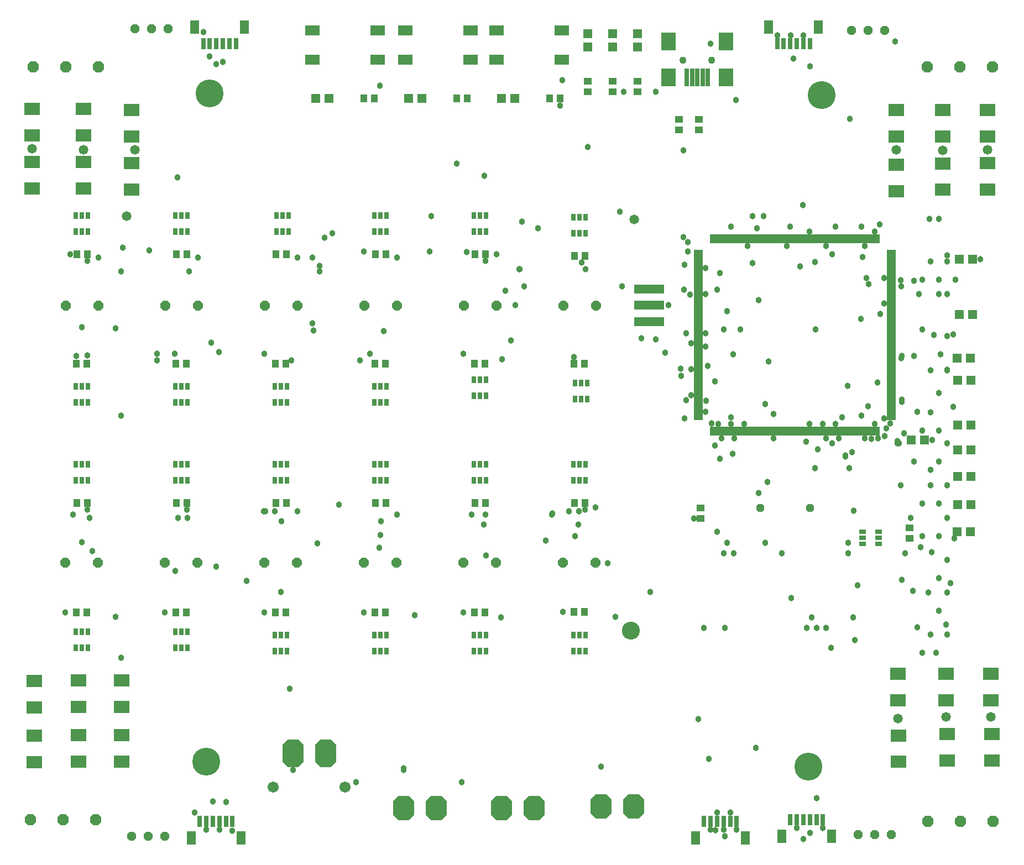
<source format=gts>
G04 Layer_Color=8388736*
%FSAX25Y25*%
%MOIN*%
G70*
G01*
G75*
%ADD51R,0.09304X0.07808*%
%ADD52R,0.09068X0.06312*%
%ADD53R,0.04600X0.03900*%
%ADD54R,0.05800X0.05300*%
%ADD55R,0.18123X0.05524*%
%ADD56R,0.03900X0.04600*%
%ADD57R,0.05300X0.05800*%
%ADD58R,0.08674X0.10642*%
%ADD59R,0.02769X0.10642*%
%ADD60R,0.02965X0.03950*%
%ADD61R,0.01981X0.05524*%
%ADD62R,0.05524X0.01981*%
%ADD63R,0.03950X0.02965*%
%ADD64R,0.05524X0.07887*%
%ADD65R,0.03162X0.07099*%
%ADD66P,0.05127X8X202.5*%
%ADD67C,0.04343*%
%ADD68P,0.06278X8X22.5*%
%ADD69P,0.07258X8X22.5*%
%ADD70P,0.06065X8X22.5*%
G04:AMPARAMS|DCode=71|XSize=126.11mil|YSize=145.79mil|CornerRadius=0mil|HoleSize=0mil|Usage=FLASHONLY|Rotation=0.000|XOffset=0mil|YOffset=0mil|HoleType=Round|Shape=Octagon|*
%AMOCTAGOND71*
4,1,8,-0.03153,0.07290,0.03153,0.07290,0.06306,0.04137,0.06306,-0.04137,0.03153,-0.07290,-0.03153,-0.07290,-0.06306,-0.04137,-0.06306,0.04137,-0.03153,0.07290,0.0*
%
%ADD71OCTAGOND71*%

G04:AMPARAMS|DCode=72|XSize=126.11mil|YSize=165.48mil|CornerRadius=0mil|HoleSize=0mil|Usage=FLASHONLY|Rotation=180.000|XOffset=0mil|YOffset=0mil|HoleType=Round|Shape=Octagon|*
%AMOCTAGOND72*
4,1,8,0.03153,-0.08274,-0.03153,-0.08274,-0.06306,-0.05121,-0.06306,0.05121,-0.03153,0.08274,0.03153,0.08274,0.06306,0.05121,0.06306,-0.05121,0.03153,-0.08274,0.0*
%
%ADD72OCTAGOND72*%

%ADD73C,0.05800*%
%ADD74C,0.10800*%
%ADD75C,0.16800*%
%ADD76C,0.03800*%
%ADD77C,0.06706*%
D51*
X0112213Y0166602D02*
D03*
Y0150657D02*
D03*
Y0199602D02*
D03*
Y0183657D02*
D03*
X0142000Y0544500D02*
D03*
Y0528555D02*
D03*
X0111000Y0544500D02*
D03*
Y0528555D02*
D03*
Y0512500D02*
D03*
Y0496555D02*
D03*
X0142000Y0512500D02*
D03*
Y0496555D02*
D03*
X0171000Y0511945D02*
D03*
Y0496000D02*
D03*
Y0543945D02*
D03*
Y0528000D02*
D03*
X0659819Y0543949D02*
D03*
Y0528004D02*
D03*
X0632000Y0544000D02*
D03*
Y0528055D02*
D03*
Y0511000D02*
D03*
Y0495055D02*
D03*
X0660000Y0511768D02*
D03*
Y0495823D02*
D03*
X0687000Y0512000D02*
D03*
Y0496055D02*
D03*
Y0544000D02*
D03*
Y0528055D02*
D03*
X0688981Y0187886D02*
D03*
Y0203831D02*
D03*
X0661981Y0187886D02*
D03*
Y0203831D02*
D03*
X0633000Y0188000D02*
D03*
Y0203945D02*
D03*
X0689611Y0151615D02*
D03*
Y0167559D02*
D03*
X0662709Y0151536D02*
D03*
Y0167481D02*
D03*
X0633362Y0150807D02*
D03*
Y0166752D02*
D03*
X0139000Y0166945D02*
D03*
Y0151000D02*
D03*
Y0199945D02*
D03*
Y0184000D02*
D03*
X0165000Y0199945D02*
D03*
Y0184000D02*
D03*
Y0166945D02*
D03*
Y0151000D02*
D03*
D52*
X0430370Y0574283D02*
D03*
X0391000D02*
D03*
X0430370Y0592000D02*
D03*
X0391000D02*
D03*
X0336000D02*
D03*
X0375370D02*
D03*
X0336000Y0574283D02*
D03*
X0375370D02*
D03*
X0319370D02*
D03*
X0280000D02*
D03*
X0319370Y0592000D02*
D03*
X0280000D02*
D03*
D53*
X0640000Y0292000D02*
D03*
Y0285700D02*
D03*
X0476000Y0555000D02*
D03*
Y0561300D02*
D03*
X0461000Y0555000D02*
D03*
Y0561300D02*
D03*
X0446000Y0555000D02*
D03*
Y0561300D02*
D03*
X0501000Y0532000D02*
D03*
Y0538300D02*
D03*
X0513000Y0532000D02*
D03*
Y0538300D02*
D03*
X0514000Y0304000D02*
D03*
Y0297700D02*
D03*
D54*
X0669858Y0420722D02*
D03*
X0677858D02*
D03*
X0394000Y0551000D02*
D03*
X0402000D02*
D03*
X0338000D02*
D03*
X0346000D02*
D03*
X0641000Y0345000D02*
D03*
X0649000D02*
D03*
X0282000Y0551000D02*
D03*
X0290000D02*
D03*
X0668795Y0289635D02*
D03*
X0676795D02*
D03*
X0669000Y0306000D02*
D03*
X0677000D02*
D03*
X0669000Y0323000D02*
D03*
X0677000D02*
D03*
X0669000Y0339000D02*
D03*
X0677000D02*
D03*
X0669000Y0354000D02*
D03*
X0677000D02*
D03*
X0669000Y0381000D02*
D03*
X0677000D02*
D03*
X0668795Y0394351D02*
D03*
X0676795D02*
D03*
X0670000Y0454000D02*
D03*
X0678000D02*
D03*
D55*
X0483000Y0436000D02*
D03*
Y0426157D02*
D03*
Y0416315D02*
D03*
D56*
X0258000Y0307000D02*
D03*
X0264300D02*
D03*
X0324000Y0391000D02*
D03*
X0317700D02*
D03*
X0384000D02*
D03*
X0377700D02*
D03*
X0444000D02*
D03*
X0437700D02*
D03*
X0318000Y0457000D02*
D03*
X0324300D02*
D03*
X0378000D02*
D03*
X0384300D02*
D03*
X0438000Y0456000D02*
D03*
X0444300D02*
D03*
X0138000Y0457000D02*
D03*
X0144300D02*
D03*
X0204000Y0391000D02*
D03*
X0197700D02*
D03*
X0264000D02*
D03*
X0257700D02*
D03*
X0144000D02*
D03*
X0137700D02*
D03*
X0198000Y0457000D02*
D03*
X0204300D02*
D03*
X0258000D02*
D03*
X0264300D02*
D03*
X0423000Y0551000D02*
D03*
X0429300D02*
D03*
X0367000D02*
D03*
X0373300D02*
D03*
X0324000Y0241000D02*
D03*
X0317700D02*
D03*
X0384000D02*
D03*
X0377700D02*
D03*
X0444000Y0241228D02*
D03*
X0437700D02*
D03*
X0311000Y0551000D02*
D03*
X0317300D02*
D03*
X0318000Y0307000D02*
D03*
X0324300D02*
D03*
X0378000D02*
D03*
X0384300D02*
D03*
X0438000D02*
D03*
X0444300D02*
D03*
X0144000Y0241000D02*
D03*
X0137700D02*
D03*
X0204000D02*
D03*
X0197700D02*
D03*
X0264000D02*
D03*
X0257700D02*
D03*
X0138000Y0307000D02*
D03*
X0144300D02*
D03*
X0198000D02*
D03*
X0204300D02*
D03*
D57*
X0476000Y0590000D02*
D03*
Y0582000D02*
D03*
X0461000Y0590000D02*
D03*
Y0582000D02*
D03*
X0446000Y0590000D02*
D03*
Y0582000D02*
D03*
D58*
X0529323Y0585398D02*
D03*
X0494677D02*
D03*
X0529323Y0563744D02*
D03*
X0494677D02*
D03*
D59*
X0518299D02*
D03*
X0505701D02*
D03*
X0512000D02*
D03*
X0515150D02*
D03*
X0508850D02*
D03*
D60*
X0377260Y0320772D02*
D03*
Y0330220D02*
D03*
X0384740Y0320772D02*
D03*
Y0330220D02*
D03*
X0381000Y0320772D02*
D03*
Y0330220D02*
D03*
X0137260Y0470772D02*
D03*
Y0480220D02*
D03*
X0144740Y0470772D02*
D03*
Y0480220D02*
D03*
X0141000Y0470772D02*
D03*
Y0480220D02*
D03*
X0438260Y0369772D02*
D03*
Y0379220D02*
D03*
X0445740Y0369772D02*
D03*
Y0379220D02*
D03*
X0442000Y0369772D02*
D03*
Y0379220D02*
D03*
X0317260Y0320772D02*
D03*
Y0330220D02*
D03*
X0324740Y0320772D02*
D03*
Y0330220D02*
D03*
X0321000Y0320772D02*
D03*
Y0330220D02*
D03*
X0258260Y0470772D02*
D03*
Y0480220D02*
D03*
X0265740Y0470772D02*
D03*
Y0480220D02*
D03*
X0262000Y0470772D02*
D03*
Y0480220D02*
D03*
X0377260Y0371772D02*
D03*
Y0381220D02*
D03*
X0384740Y0371772D02*
D03*
Y0381220D02*
D03*
X0381000Y0371772D02*
D03*
Y0381220D02*
D03*
X0257260Y0217772D02*
D03*
Y0227220D02*
D03*
X0264740Y0217772D02*
D03*
Y0227220D02*
D03*
X0261000Y0217772D02*
D03*
Y0227220D02*
D03*
X0197260Y0470772D02*
D03*
Y0480220D02*
D03*
X0204740Y0470772D02*
D03*
Y0480220D02*
D03*
X0201000Y0470772D02*
D03*
Y0480220D02*
D03*
X0317260Y0367772D02*
D03*
Y0377220D02*
D03*
X0324740Y0367772D02*
D03*
Y0377220D02*
D03*
X0321000Y0367772D02*
D03*
Y0377220D02*
D03*
X0197260Y0219772D02*
D03*
Y0229220D02*
D03*
X0204740Y0219772D02*
D03*
Y0229220D02*
D03*
X0201000Y0219772D02*
D03*
Y0229220D02*
D03*
X0137260Y0367772D02*
D03*
Y0377220D02*
D03*
X0144740Y0367772D02*
D03*
Y0377220D02*
D03*
X0141000Y0367772D02*
D03*
Y0377220D02*
D03*
X0437260Y0469772D02*
D03*
Y0479220D02*
D03*
X0444740Y0469772D02*
D03*
Y0479220D02*
D03*
X0441000Y0469772D02*
D03*
Y0479220D02*
D03*
X0137260Y0219772D02*
D03*
Y0229220D02*
D03*
X0144740Y0219772D02*
D03*
Y0229220D02*
D03*
X0141000Y0219772D02*
D03*
Y0229220D02*
D03*
X0437260Y0217772D02*
D03*
Y0227220D02*
D03*
X0444740Y0217772D02*
D03*
Y0227220D02*
D03*
X0441000Y0217772D02*
D03*
Y0227220D02*
D03*
X0377260Y0470772D02*
D03*
Y0480220D02*
D03*
X0384740Y0470772D02*
D03*
Y0480220D02*
D03*
X0381000Y0470772D02*
D03*
Y0480220D02*
D03*
X0257260Y0320772D02*
D03*
Y0330220D02*
D03*
X0264740Y0320772D02*
D03*
Y0330220D02*
D03*
X0261000Y0320772D02*
D03*
Y0330220D02*
D03*
X0317260Y0470772D02*
D03*
Y0480220D02*
D03*
X0324740Y0470772D02*
D03*
Y0480220D02*
D03*
X0321000Y0470772D02*
D03*
Y0480220D02*
D03*
X0197260Y0320772D02*
D03*
Y0330220D02*
D03*
X0204740Y0320772D02*
D03*
Y0330220D02*
D03*
X0201000Y0320772D02*
D03*
Y0330220D02*
D03*
X0317260Y0217772D02*
D03*
Y0227220D02*
D03*
X0324740Y0217772D02*
D03*
Y0227220D02*
D03*
X0321000Y0217772D02*
D03*
Y0227220D02*
D03*
X0257260Y0367772D02*
D03*
Y0377220D02*
D03*
X0264740Y0367772D02*
D03*
Y0377220D02*
D03*
X0261000Y0367772D02*
D03*
Y0377220D02*
D03*
X0137260Y0320772D02*
D03*
Y0330220D02*
D03*
X0144740Y0320772D02*
D03*
Y0330220D02*
D03*
X0141000Y0320772D02*
D03*
Y0330220D02*
D03*
X0437260Y0320772D02*
D03*
Y0330220D02*
D03*
X0444740Y0320772D02*
D03*
Y0330220D02*
D03*
X0441000Y0320772D02*
D03*
Y0330220D02*
D03*
X0197260Y0367772D02*
D03*
Y0377220D02*
D03*
X0204740Y0367772D02*
D03*
Y0377220D02*
D03*
X0201000Y0367772D02*
D03*
Y0377220D02*
D03*
X0377260Y0217772D02*
D03*
Y0227220D02*
D03*
X0384740Y0217772D02*
D03*
Y0227220D02*
D03*
X0381000Y0217772D02*
D03*
Y0227220D02*
D03*
D61*
X0520591Y0466362D02*
D03*
X0522559D02*
D03*
X0524528D02*
D03*
X0526496D02*
D03*
X0528465D02*
D03*
X0530433D02*
D03*
X0532402D02*
D03*
X0534370D02*
D03*
X0536339D02*
D03*
X0538307D02*
D03*
X0540276D02*
D03*
X0542244D02*
D03*
X0544213D02*
D03*
X0546181D02*
D03*
X0548150D02*
D03*
X0550118D02*
D03*
X0552087D02*
D03*
X0554055D02*
D03*
X0556024D02*
D03*
X0557992D02*
D03*
X0559961D02*
D03*
X0561929D02*
D03*
X0563898D02*
D03*
X0565866D02*
D03*
X0567835D02*
D03*
X0569803D02*
D03*
X0571772D02*
D03*
X0573740D02*
D03*
X0575709D02*
D03*
X0577677D02*
D03*
X0579646D02*
D03*
X0581614D02*
D03*
X0583583D02*
D03*
X0585551D02*
D03*
X0587520D02*
D03*
X0589488D02*
D03*
X0591457D02*
D03*
X0593425D02*
D03*
X0595394D02*
D03*
X0597362D02*
D03*
X0599331D02*
D03*
X0601299D02*
D03*
X0603268D02*
D03*
X0605236D02*
D03*
X0607205D02*
D03*
X0609173D02*
D03*
X0611142D02*
D03*
X0613110D02*
D03*
X0615079D02*
D03*
X0617047D02*
D03*
X0619016D02*
D03*
X0620984D02*
D03*
Y0350220D02*
D03*
X0619016D02*
D03*
X0617047D02*
D03*
X0615079D02*
D03*
X0613110D02*
D03*
X0611142D02*
D03*
X0609173D02*
D03*
X0607205D02*
D03*
X0605236D02*
D03*
X0603268D02*
D03*
X0601299D02*
D03*
X0599331D02*
D03*
X0597362D02*
D03*
X0595394D02*
D03*
X0593425D02*
D03*
X0591457D02*
D03*
X0589488D02*
D03*
X0587520D02*
D03*
X0585551D02*
D03*
X0583583D02*
D03*
X0581614D02*
D03*
X0579646D02*
D03*
X0577677D02*
D03*
X0575709D02*
D03*
X0573740D02*
D03*
X0571772D02*
D03*
X0569803D02*
D03*
X0567835D02*
D03*
X0565866D02*
D03*
X0563898D02*
D03*
X0561929D02*
D03*
X0559961D02*
D03*
X0557992D02*
D03*
X0556024D02*
D03*
X0554055D02*
D03*
X0552087D02*
D03*
X0550118D02*
D03*
X0548150D02*
D03*
X0546181D02*
D03*
X0544213D02*
D03*
X0542244D02*
D03*
X0540276D02*
D03*
X0538307D02*
D03*
X0536339D02*
D03*
X0534370D02*
D03*
X0532402D02*
D03*
X0530433D02*
D03*
X0528465D02*
D03*
X0526496D02*
D03*
X0524528D02*
D03*
X0522559D02*
D03*
X0520591D02*
D03*
D62*
X0628858Y0458488D02*
D03*
Y0456520D02*
D03*
Y0454551D02*
D03*
Y0452583D02*
D03*
Y0450614D02*
D03*
Y0448646D02*
D03*
Y0446677D02*
D03*
Y0444709D02*
D03*
Y0442740D02*
D03*
Y0440772D02*
D03*
Y0438803D02*
D03*
Y0436835D02*
D03*
Y0434866D02*
D03*
Y0432898D02*
D03*
Y0430929D02*
D03*
Y0428961D02*
D03*
Y0426992D02*
D03*
Y0425024D02*
D03*
Y0423055D02*
D03*
Y0421087D02*
D03*
Y0419118D02*
D03*
Y0417150D02*
D03*
Y0415181D02*
D03*
Y0413213D02*
D03*
Y0411244D02*
D03*
Y0409276D02*
D03*
Y0407307D02*
D03*
Y0405339D02*
D03*
Y0403370D02*
D03*
Y0401402D02*
D03*
Y0399433D02*
D03*
Y0397465D02*
D03*
Y0395496D02*
D03*
Y0393528D02*
D03*
Y0391559D02*
D03*
Y0389591D02*
D03*
Y0387622D02*
D03*
Y0385654D02*
D03*
Y0383685D02*
D03*
Y0381717D02*
D03*
Y0379748D02*
D03*
Y0377780D02*
D03*
Y0375811D02*
D03*
Y0373843D02*
D03*
Y0371874D02*
D03*
Y0369906D02*
D03*
Y0367937D02*
D03*
Y0365969D02*
D03*
Y0364000D02*
D03*
Y0362032D02*
D03*
Y0360063D02*
D03*
Y0358094D02*
D03*
X0512717D02*
D03*
Y0360063D02*
D03*
Y0362032D02*
D03*
Y0364000D02*
D03*
Y0365969D02*
D03*
Y0367937D02*
D03*
Y0369906D02*
D03*
Y0371874D02*
D03*
Y0373843D02*
D03*
Y0375811D02*
D03*
Y0377780D02*
D03*
Y0379748D02*
D03*
Y0381717D02*
D03*
Y0383685D02*
D03*
Y0385654D02*
D03*
Y0387622D02*
D03*
Y0389591D02*
D03*
Y0391559D02*
D03*
Y0393528D02*
D03*
Y0395496D02*
D03*
Y0397465D02*
D03*
Y0399433D02*
D03*
Y0401402D02*
D03*
Y0403370D02*
D03*
Y0405339D02*
D03*
Y0407307D02*
D03*
Y0409276D02*
D03*
Y0411244D02*
D03*
Y0413213D02*
D03*
Y0415181D02*
D03*
Y0417150D02*
D03*
Y0419118D02*
D03*
Y0421087D02*
D03*
Y0423055D02*
D03*
Y0425024D02*
D03*
Y0426992D02*
D03*
Y0428961D02*
D03*
Y0430929D02*
D03*
Y0432898D02*
D03*
Y0434866D02*
D03*
Y0436835D02*
D03*
Y0438803D02*
D03*
Y0440772D02*
D03*
Y0442740D02*
D03*
Y0444709D02*
D03*
Y0446677D02*
D03*
Y0448646D02*
D03*
Y0450614D02*
D03*
Y0452583D02*
D03*
Y0454551D02*
D03*
Y0456520D02*
D03*
Y0458488D02*
D03*
D63*
X0611772Y0289740D02*
D03*
X0621220D02*
D03*
X0611772Y0282260D02*
D03*
X0621220D02*
D03*
X0611772Y0286000D02*
D03*
X0621220D02*
D03*
D64*
X0239000Y0594000D02*
D03*
X0209079D02*
D03*
X0555079D02*
D03*
X0585000D02*
D03*
X0207000Y0105000D02*
D03*
X0236921D02*
D03*
X0592921Y0106000D02*
D03*
X0563000D02*
D03*
X0511000Y0105000D02*
D03*
X0540921D02*
D03*
D65*
X0214197Y0583961D02*
D03*
X0218134D02*
D03*
X0222071D02*
D03*
X0226008D02*
D03*
X0229945D02*
D03*
X0233882D02*
D03*
X0579882D02*
D03*
X0575945D02*
D03*
X0572008D02*
D03*
X0568071D02*
D03*
X0564134D02*
D03*
X0560197D02*
D03*
X0231803Y0115039D02*
D03*
X0227866D02*
D03*
X0223929D02*
D03*
X0219992D02*
D03*
X0216055D02*
D03*
X0212118D02*
D03*
X0568118Y0116039D02*
D03*
X0572055D02*
D03*
X0575992D02*
D03*
X0579929D02*
D03*
X0583866D02*
D03*
X0587803D02*
D03*
X0535803Y0115039D02*
D03*
X0531866D02*
D03*
X0527929D02*
D03*
X0523992D02*
D03*
X0520055D02*
D03*
X0516118D02*
D03*
D66*
X0550000Y0304000D02*
D03*
X0579921D02*
D03*
D67*
X0520661Y0573980D02*
D03*
X0503339D02*
D03*
D68*
X0330685Y0271000D02*
D03*
X0311000D02*
D03*
X0390685D02*
D03*
X0371000D02*
D03*
X0450685D02*
D03*
X0431000D02*
D03*
X0311315Y0426000D02*
D03*
X0331000D02*
D03*
X0371315D02*
D03*
X0391000D02*
D03*
X0431315D02*
D03*
X0451000D02*
D03*
X0150685Y0271000D02*
D03*
X0131000D02*
D03*
X0210685D02*
D03*
X0191000D02*
D03*
X0270685D02*
D03*
X0251000D02*
D03*
X0131315Y0426000D02*
D03*
X0151000D02*
D03*
X0191315D02*
D03*
X0211000D02*
D03*
X0251315D02*
D03*
X0271000D02*
D03*
D69*
X0651000Y0115000D02*
D03*
X0670685D02*
D03*
X0690370D02*
D03*
X0110000Y0116000D02*
D03*
X0129685D02*
D03*
X0149370D02*
D03*
X0111630Y0570000D02*
D03*
X0131315D02*
D03*
X0151000D02*
D03*
X0650630D02*
D03*
X0670315D02*
D03*
X0690000D02*
D03*
D70*
X0193000Y0593000D02*
D03*
X0183000D02*
D03*
X0173000D02*
D03*
X0605000Y0592000D02*
D03*
X0615000D02*
D03*
X0625000D02*
D03*
X0191000Y0106000D02*
D03*
X0181000D02*
D03*
X0171000D02*
D03*
X0609000Y0107000D02*
D03*
X0619000D02*
D03*
X0629000D02*
D03*
D71*
X0354685Y0123000D02*
D03*
X0335000D02*
D03*
X0413685D02*
D03*
X0394000D02*
D03*
X0473685Y0124000D02*
D03*
X0454000D02*
D03*
D72*
X0287842Y0156000D02*
D03*
X0268158D02*
D03*
D73*
X0168000Y0480000D02*
D03*
X0662000Y0178000D02*
D03*
X0633000Y0177000D02*
D03*
X0173000Y0520000D02*
D03*
X0142000D02*
D03*
X0111000Y0520528D02*
D03*
X0660000Y0519795D02*
D03*
X0687000Y0520028D02*
D03*
X0632000Y0520000D02*
D03*
X0474000Y0478000D02*
D03*
X0689000Y0178000D02*
D03*
D74*
X0472000Y0230000D02*
D03*
D75*
X0579000Y0148000D02*
D03*
X0216000Y0151000D02*
D03*
X0587000Y0553000D02*
D03*
X0218000Y0554000D02*
D03*
D76*
X0557992Y0345900D02*
D03*
X0534400D02*
D03*
X0520100Y0109900D02*
D03*
X0572055Y0110890D02*
D03*
X0520055Y0109900D02*
D03*
X0370000Y0138600D02*
D03*
X0306300D02*
D03*
X0204300Y0303100D02*
D03*
X0151000Y0455100D02*
D03*
X0144300Y0453100D02*
D03*
X0371000Y0241000D02*
D03*
X0311000D02*
D03*
X0191000D02*
D03*
X0131000D02*
D03*
X0431000Y0241228D02*
D03*
X0454000Y0148000D02*
D03*
X0335000Y0146000D02*
D03*
X0575900Y0589100D02*
D03*
X0666300Y0408700D02*
D03*
X0662567Y0452693D02*
D03*
X0331000Y0300100D02*
D03*
X0135700Y0300000D02*
D03*
X0271000Y0302067D02*
D03*
X0144300Y0303100D02*
D03*
X0510100Y0297700D02*
D03*
X0512700Y0176600D02*
D03*
X0216100Y0109900D02*
D03*
X0523100Y0109500D02*
D03*
X0572100Y0110900D02*
D03*
X0607000Y0224300D02*
D03*
X0311000Y0458600D02*
D03*
X0350600D02*
D03*
X0532402Y0354583D02*
D03*
X0557961Y0360600D02*
D03*
X0251000Y0241000D02*
D03*
X0261000Y0253400D02*
D03*
X0483600D02*
D03*
X0534100Y0276700D02*
D03*
X0391000Y0457100D02*
D03*
X0467700Y0555000D02*
D03*
X0545200Y0451500D02*
D03*
X0552900Y0283000D02*
D03*
X0647600Y0287100D02*
D03*
X0506400Y0464300D02*
D03*
X0642600Y0332100D02*
D03*
X0525671Y0333700D02*
D03*
X0601299Y0334850D02*
D03*
X0579646Y0354583D02*
D03*
X0589488Y0345900D02*
D03*
X0592800Y0219600D02*
D03*
X0656100Y0216700D02*
D03*
X0628300Y0355000D02*
D03*
X0657567Y0373200D02*
D03*
X0577677Y0343858D02*
D03*
X0605236Y0337600D02*
D03*
X0601300Y0335500D02*
D03*
X0619000Y0354600D02*
D03*
X0517100Y0448600D02*
D03*
X0507600Y0432600D02*
D03*
X0637200Y0276600D02*
D03*
X0662567Y0272693D02*
D03*
X0611142Y0473658D02*
D03*
X0579929Y0107990D02*
D03*
X0567835Y0473700D02*
D03*
X0595394D02*
D03*
X0662600Y0456300D02*
D03*
X0682500Y0454000D02*
D03*
X0634900Y0437667D02*
D03*
Y0394200D02*
D03*
X0662600Y0407700D02*
D03*
X0608700Y0257400D02*
D03*
X0662567Y0253100D02*
D03*
Y0343126D02*
D03*
X0662600Y0298100D02*
D03*
X0164600Y0359600D02*
D03*
X0296000Y0306000D02*
D03*
X0371000Y0396900D02*
D03*
X0384300Y0453100D02*
D03*
X0437700Y0394900D02*
D03*
X0442300Y0452100D02*
D03*
X0529900Y0283000D02*
D03*
X0640600Y0298100D02*
D03*
X0603800Y0328000D02*
D03*
X0657600Y0332100D02*
D03*
X0416000Y0472700D02*
D03*
X0581100Y0238000D02*
D03*
X0651400Y0253100D02*
D03*
X0644700Y0232000D02*
D03*
X0622000Y0474900D02*
D03*
X0587701Y0110999D02*
D03*
X0635159Y0395641D02*
D03*
X0611142Y0359500D02*
D03*
X0545200Y0479900D02*
D03*
X0568188Y0589012D02*
D03*
X0532402Y0473700D02*
D03*
X0487000Y0555000D02*
D03*
X0548100Y0472700D02*
D03*
X0430500Y0562100D02*
D03*
X0492600Y0397528D02*
D03*
X0657567Y0261700D02*
D03*
X0595400Y0354600D02*
D03*
X0662567Y0317693D02*
D03*
X0652567Y0317700D02*
D03*
X0625000Y0347200D02*
D03*
X0532300Y0358700D02*
D03*
X0647600Y0350700D02*
D03*
X0632567Y0343100D02*
D03*
X0635200Y0367967D02*
D03*
X0652600Y0387100D02*
D03*
X0602700Y0377500D02*
D03*
X0657600Y0350700D02*
D03*
X0652567Y0361700D02*
D03*
X0620500Y0379700D02*
D03*
X0614000Y0442700D02*
D03*
X0603900Y0538700D02*
D03*
X0624500Y0427200D02*
D03*
X0652600Y0452700D02*
D03*
X0652083Y0478383D02*
D03*
X0583000Y0452300D02*
D03*
X0647600Y0441700D02*
D03*
X0657600Y0433100D02*
D03*
X0610500Y0418000D02*
D03*
X0634800Y0441209D02*
D03*
X0642567Y0441033D02*
D03*
X0622355Y0421000D02*
D03*
X0251000Y0396900D02*
D03*
X0444600Y0447900D02*
D03*
X0404900D02*
D03*
X0487000Y0405500D02*
D03*
X0331000Y0455100D02*
D03*
X0323000Y0410500D02*
D03*
X0525500Y0445700D02*
D03*
X0384300Y0300100D02*
D03*
X0502200Y0383700D02*
D03*
X0597362Y0345900D02*
D03*
X0636500Y0348900D02*
D03*
X0652567Y0327100D02*
D03*
X0583100Y0328000D02*
D03*
X0341600Y0239200D02*
D03*
X0661900Y0233467D02*
D03*
X0602900Y0283000D02*
D03*
X0657567Y0287100D02*
D03*
X0606100Y0238000D02*
D03*
X0657600Y0242100D02*
D03*
X0164600Y0213575D02*
D03*
X0589800Y0231700D02*
D03*
X0440300Y0293900D02*
D03*
X0383254D02*
D03*
X0240300Y0260100D02*
D03*
X0577900Y0231700D02*
D03*
X0314500Y0396900D02*
D03*
X0450700Y0304200D02*
D03*
X0440500Y0302000D02*
D03*
X0549000Y0313000D02*
D03*
X0320900Y0287600D02*
D03*
X0438300Y0286800D02*
D03*
X0554200Y0319700D02*
D03*
X0527900Y0411700D02*
D03*
X0219100Y0403600D02*
D03*
X0211000Y0455100D02*
D03*
X0197000Y0396900D02*
D03*
X0280100Y0415400D02*
D03*
X0267400Y0392800D02*
D03*
X0141000Y0412900D02*
D03*
X0517400Y0368700D02*
D03*
X0537995Y0411700D02*
D03*
X0280700Y0410900D02*
D03*
X0393600Y0237900D02*
D03*
X0321400Y0295900D02*
D03*
X0261400D02*
D03*
X0204735Y0297900D02*
D03*
X0351576Y0480024D02*
D03*
X0181600Y0459200D02*
D03*
X0472000Y0232900D02*
D03*
X0404600Y0447900D02*
D03*
X0399600Y0404800D02*
D03*
X0478300Y0406200D02*
D03*
X0266400Y0194900D02*
D03*
X0161400Y0238460D02*
D03*
X0284200Y0446700D02*
D03*
X0205800D02*
D03*
X0164600D02*
D03*
X0284200Y0449900D02*
D03*
X0161400Y0412300D02*
D03*
X0147200Y0277900D02*
D03*
X0145600Y0297900D02*
D03*
X0199000D02*
D03*
X0658500Y0396700D02*
D03*
X0657567Y0441700D02*
D03*
X0644600Y0361900D02*
D03*
X0654700Y0408400D02*
D03*
X0617000Y0345700D02*
D03*
X0615079Y0365400D02*
D03*
X0647567Y0411600D02*
D03*
X0613110Y0345900D02*
D03*
X0642567Y0395533D02*
D03*
X0593425Y0343000D02*
D03*
X0653400Y0277316D02*
D03*
X0652600Y0227700D02*
D03*
X0583900Y0231700D02*
D03*
X0587500Y0354600D02*
D03*
X0647567Y0216700D02*
D03*
X0533307Y0336700D02*
D03*
X0657600Y0306700D02*
D03*
X0647567D02*
D03*
X0526496Y0345900D02*
D03*
X0524500Y0354600D02*
D03*
X0522559Y0341700D02*
D03*
X0646500Y0280216D02*
D03*
X0641861Y0253994D02*
D03*
X0549000Y0429400D02*
D03*
X0645600Y0433100D02*
D03*
X0657567Y0478133D02*
D03*
X0611725Y0455275D02*
D03*
X0446000Y0521700D02*
D03*
X0552087Y0480100D02*
D03*
X0615400Y0438800D02*
D03*
X0503700Y0519500D02*
D03*
X0271000Y0455100D02*
D03*
X0137700Y0395700D02*
D03*
X0444300Y0303100D02*
D03*
X0214200Y0591000D02*
D03*
X0631200Y0585200D02*
D03*
X0621000Y0345900D02*
D03*
X0218100Y0576400D02*
D03*
X0624500Y0358094D02*
D03*
X0508400Y0387600D02*
D03*
X0222071Y0571600D02*
D03*
X0518291Y0389591D02*
D03*
X0226000Y0572900D02*
D03*
X0517100Y0362032D02*
D03*
X0520600Y0354800D02*
D03*
X0519100Y0152700D02*
D03*
X0231803Y0109400D02*
D03*
X0575709Y0486691D02*
D03*
X0383700Y0504300D02*
D03*
X0223900Y0109900D02*
D03*
X0579600Y0470700D02*
D03*
X0589500Y0462000D02*
D03*
X0547400Y0159300D02*
D03*
X0219992Y0127100D02*
D03*
X0528800Y0106000D02*
D03*
X0508478Y0371900D02*
D03*
X0554900Y0392400D02*
D03*
X0529900Y0422600D02*
D03*
X0292000Y0469700D02*
D03*
X0279950Y0454850D02*
D03*
X0287400Y0467000D02*
D03*
X0502100Y0388100D02*
D03*
X0223700Y0397800D02*
D03*
X0134100Y0457000D02*
D03*
X0165500Y0461100D02*
D03*
X0552900Y0366700D02*
D03*
X0144400Y0395800D02*
D03*
X0527900Y0276700D02*
D03*
X0221900Y0268500D02*
D03*
X0528700Y0231700D02*
D03*
X0197400Y0266000D02*
D03*
X0515900Y0231700D02*
D03*
X0141000Y0283300D02*
D03*
X0465200Y0482500D02*
D03*
X0394400Y0393500D02*
D03*
X0574000Y0449700D02*
D03*
X0583200Y0411700D02*
D03*
X0406200Y0476700D02*
D03*
X0462600Y0238400D02*
D03*
X0524000Y0289600D02*
D03*
X0420800Y0284300D02*
D03*
X0602900Y0276700D02*
D03*
X0384600Y0275400D02*
D03*
X0320200Y0279800D02*
D03*
X0563100Y0276700D02*
D03*
X0320600Y0558504D02*
D03*
X0505200Y0368900D02*
D03*
X0624500Y0442700D02*
D03*
X0653500Y0345000D02*
D03*
X0606200Y0302300D02*
D03*
X0542200Y0462000D02*
D03*
X0367000Y0511600D02*
D03*
X0560200Y0589100D02*
D03*
X0503600Y0467400D02*
D03*
X0535302Y0549968D02*
D03*
X0506400Y0458500D02*
D03*
X0504400Y0450600D02*
D03*
X0570008Y0574808D02*
D03*
X0583866Y0129100D02*
D03*
X0613100Y0462000D02*
D03*
X0540300Y0354600D02*
D03*
X0575992Y0104400D02*
D03*
X0535800Y0109916D02*
D03*
X0505193Y0409293D02*
D03*
X0531900Y0120200D02*
D03*
X0533800Y0396700D02*
D03*
X0508400Y0403370D02*
D03*
X0527900Y0109929D02*
D03*
X0524000Y0120200D02*
D03*
X0517100Y0401400D02*
D03*
X0335000Y0147000D02*
D03*
X0458000Y0270685D02*
D03*
X0283100Y0282785D02*
D03*
X0257200Y0302000D02*
D03*
X0251500D02*
D03*
X0250500D02*
D03*
X0186300Y0397000D02*
D03*
X0308600Y0392800D02*
D03*
X0186400Y0393000D02*
D03*
X0434600Y0302000D02*
D03*
X0376000Y0299954D02*
D03*
X0402300Y0426300D02*
D03*
X0407500Y0437600D02*
D03*
X0466800D02*
D03*
X0568800Y0249700D02*
D03*
X0198723Y0503300D02*
D03*
X0373000Y0458200D02*
D03*
X0396279Y0434921D02*
D03*
X0424700Y0300600D02*
D03*
X0424200Y0300100D02*
D03*
X0662567Y0387133D02*
D03*
X0635200Y0369200D02*
D03*
X0632567Y0344300D02*
D03*
X0662600Y0433100D02*
D03*
X0662567Y0387126D02*
D03*
X0633700Y0343100D02*
D03*
X0634567Y0317693D02*
D03*
X0625900Y0352000D02*
D03*
X0635200Y0260594D02*
D03*
X0664567Y0258700D02*
D03*
X0662567Y0227700D02*
D03*
X0522720Y0380180D02*
D03*
X0504197Y0358063D02*
D03*
X0517079Y0432898D02*
D03*
X0503943Y0435500D02*
D03*
X0494600Y0426157D02*
D03*
X0523900Y0435500D02*
D03*
X0584600Y0339258D02*
D03*
X0599300Y0358700D02*
D03*
X0519904Y0584000D02*
D03*
X0517079Y0409276D02*
D03*
X0209100Y0120200D02*
D03*
X0619016Y0470724D02*
D03*
X0593425Y0456900D02*
D03*
X0565900Y0462000D02*
D03*
X0579882Y0570200D02*
D03*
X0429300Y0546700D02*
D03*
X0601300Y0334800D02*
D03*
X0667100Y0285500D02*
D03*
X0666300Y0364800D02*
D03*
X0667600Y0441700D02*
D03*
X0268157Y0146000D02*
D03*
X0227866Y0126600D02*
D03*
D77*
X0256347Y0135528D02*
D03*
X0299654D02*
D03*
M02*

</source>
